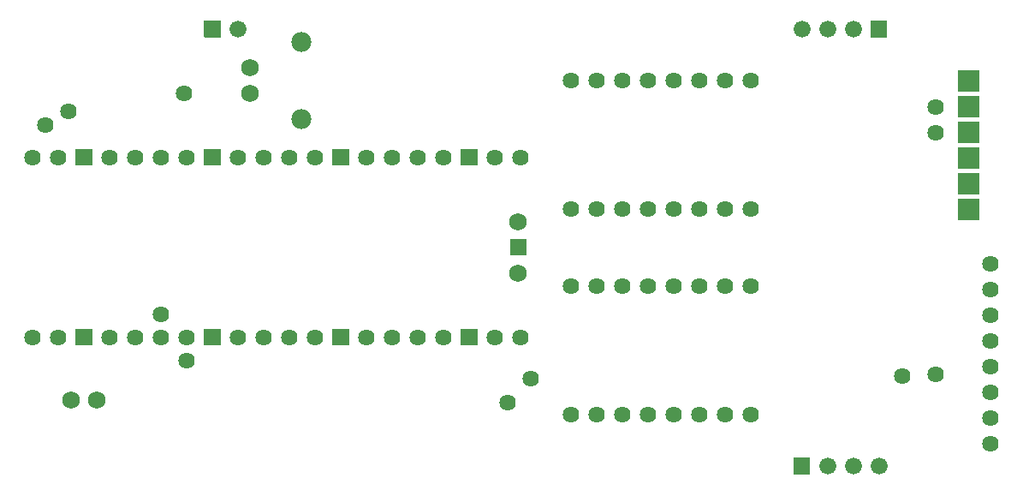
<source format=gbs>
G04 Layer: BottomSolderMaskLayer*
G04 EasyEDA v6.5.9, 2022-08-16 23:28:22*
G04 f5b14a09dd684442802db1c3ffc6393c,10*
G04 Gerber Generator version 0.2*
G04 Scale: 100 percent, Rotated: No, Reflected: No *
G04 Dimensions in millimeters *
G04 leading zeros omitted , absolute positions ,4 integer and 5 decimal *
%FSLAX45Y45*%
%MOMM*%

%ADD10C,1.7526*%
%ADD11C,1.9812*%
%ADD12C,1.6764*%
%ADD13C,1.6256*%
%ADD14C,1.7272*%
%ADD15C,0.0191*%

%LPD*%
D10*
G01*
X2286000Y4064000D03*
G01*
X2286000Y4318000D03*
G01*
X774700Y1028700D03*
G01*
X520700Y1028700D03*
D11*
G01*
X2794000Y3810000D03*
G01*
X2794000Y4572000D03*
G36*
X7668259Y297179D02*
G01*
X7666735Y297434D01*
X7665211Y298195D01*
X7664195Y299212D01*
X7663433Y300736D01*
X7663179Y302260D01*
X7663179Y302260D01*
X7663179Y459739D01*
X7663179Y459739D01*
X7663433Y461263D01*
X7664195Y462787D01*
X7665211Y463804D01*
X7666735Y464565D01*
X7668259Y464820D01*
X7825740Y464820D01*
X7827264Y464565D01*
X7828788Y463804D01*
X7829804Y462787D01*
X7830566Y461263D01*
X7830820Y459739D01*
X7830820Y459739D01*
X7830820Y302260D01*
X7830820Y302260D01*
X7830566Y300736D01*
X7829804Y299212D01*
X7828788Y298195D01*
X7827264Y297434D01*
X7825740Y297179D01*
G37*
D12*
G01*
X8001000Y381000D03*
G01*
X8255000Y381000D03*
G01*
X8509000Y381000D03*
G36*
X8430259Y4615179D02*
G01*
X8428735Y4615434D01*
X8427211Y4616195D01*
X8426195Y4617212D01*
X8425433Y4618736D01*
X8425179Y4620260D01*
X8425179Y4620260D01*
X8425179Y4777739D01*
X8425179Y4777739D01*
X8425433Y4779263D01*
X8426195Y4780787D01*
X8427211Y4781804D01*
X8428735Y4782565D01*
X8430259Y4782820D01*
X8587740Y4782820D01*
X8589264Y4782565D01*
X8590788Y4781804D01*
X8591804Y4780787D01*
X8592566Y4779263D01*
X8592820Y4777739D01*
X8592820Y4777739D01*
X8592820Y4620260D01*
X8592820Y4620260D01*
X8592566Y4618736D01*
X8591804Y4617212D01*
X8590788Y4616195D01*
X8589264Y4615434D01*
X8587740Y4615179D01*
G37*
G01*
X8255000Y4699000D03*
G01*
X8001000Y4699000D03*
G01*
X7747000Y4699000D03*
G36*
X1838960Y4615179D02*
G01*
X1837436Y4615434D01*
X1835912Y4616195D01*
X1834895Y4617212D01*
X1834134Y4618736D01*
X1833879Y4620260D01*
X1833879Y4777739D01*
X1834134Y4779263D01*
X1834895Y4780787D01*
X1835912Y4781804D01*
X1837436Y4782565D01*
X1838960Y4782820D01*
X1996440Y4782820D01*
X1997964Y4782565D01*
X1999488Y4781804D01*
X2000504Y4780787D01*
X2001266Y4779263D01*
X2001520Y4777739D01*
X2001520Y4777739D01*
X2001520Y4620260D01*
X2001520Y4620260D01*
X2001266Y4618736D01*
X2000504Y4617212D01*
X1999488Y4616195D01*
X1997964Y4615434D01*
X1996440Y4615179D01*
G37*
G01*
X2171700Y4699000D03*
D13*
G01*
X139700Y1651000D03*
G01*
X393700Y1651000D03*
G36*
X571500Y1569720D02*
G01*
X569976Y1569973D01*
X568452Y1570736D01*
X567436Y1571752D01*
X566673Y1573276D01*
X566420Y1574800D01*
X566420Y1727200D01*
X566673Y1728723D01*
X567436Y1730247D01*
X568452Y1731263D01*
X569976Y1732026D01*
X571500Y1732279D01*
X723900Y1732279D01*
X725423Y1732026D01*
X726947Y1731263D01*
X727963Y1730247D01*
X728726Y1728723D01*
X728979Y1727200D01*
X728979Y1574800D01*
X728726Y1573276D01*
X727963Y1571752D01*
X726947Y1570736D01*
X725423Y1569973D01*
X723900Y1569720D01*
G37*
G36*
X4381500Y1569720D02*
G01*
X4379975Y1569973D01*
X4378452Y1570736D01*
X4377436Y1571752D01*
X4376674Y1573276D01*
X4376420Y1574800D01*
X4376420Y1727200D01*
X4376674Y1728723D01*
X4377436Y1730247D01*
X4378452Y1731263D01*
X4379975Y1732026D01*
X4381500Y1732279D01*
X4533900Y1732279D01*
X4535424Y1732026D01*
X4536947Y1731263D01*
X4537963Y1730247D01*
X4538725Y1728723D01*
X4538979Y1727200D01*
X4538979Y1574800D01*
X4538725Y1573276D01*
X4537963Y1571752D01*
X4536947Y1570736D01*
X4535424Y1569973D01*
X4533900Y1569720D01*
G37*
G01*
X4711700Y1651000D03*
G01*
X4965700Y1651000D03*
G01*
X4965700Y3429000D03*
G01*
X4711700Y3429000D03*
G36*
X4381500Y3347720D02*
G01*
X4379975Y3347973D01*
X4378452Y3348736D01*
X4377436Y3349752D01*
X4376674Y3351276D01*
X4376420Y3352800D01*
X4376420Y3505200D01*
X4376674Y3506723D01*
X4377436Y3508247D01*
X4378452Y3509263D01*
X4379975Y3510026D01*
X4381500Y3510279D01*
X4533900Y3510279D01*
X4535424Y3510026D01*
X4536947Y3509263D01*
X4537963Y3508247D01*
X4538725Y3506723D01*
X4538979Y3505200D01*
X4538979Y3352800D01*
X4538725Y3351276D01*
X4537963Y3349752D01*
X4536947Y3348736D01*
X4535424Y3347973D01*
X4533900Y3347720D01*
G37*
G01*
X4203700Y3429000D03*
G01*
X3949700Y3429000D03*
G01*
X3695700Y3429000D03*
G01*
X3441700Y3429000D03*
G36*
X3111500Y3347720D02*
G01*
X3109975Y3347973D01*
X3108452Y3348736D01*
X3107436Y3349752D01*
X3106674Y3351276D01*
X3106420Y3352800D01*
X3106420Y3505200D01*
X3106674Y3506723D01*
X3107436Y3508247D01*
X3108452Y3509263D01*
X3109975Y3510026D01*
X3111500Y3510279D01*
X3263900Y3510279D01*
X3265424Y3510026D01*
X3266947Y3509263D01*
X3267963Y3508247D01*
X3268725Y3506723D01*
X3268979Y3505200D01*
X3268979Y3352800D01*
X3268725Y3351276D01*
X3267963Y3349752D01*
X3266947Y3348736D01*
X3265424Y3347973D01*
X3263900Y3347720D01*
G37*
G01*
X2933700Y3429000D03*
G01*
X2679700Y3429000D03*
G01*
X2425700Y3429000D03*
G01*
X2171700Y3429000D03*
G36*
X1841500Y3347720D02*
G01*
X1839976Y3347973D01*
X1838452Y3348736D01*
X1837436Y3349752D01*
X1836673Y3351276D01*
X1836420Y3352800D01*
X1836420Y3505200D01*
X1836673Y3506723D01*
X1837436Y3508247D01*
X1838452Y3509263D01*
X1839976Y3510026D01*
X1841500Y3510279D01*
X1993900Y3510279D01*
X1995424Y3510026D01*
X1996947Y3509263D01*
X1997963Y3508247D01*
X1998725Y3506723D01*
X1998979Y3505200D01*
X1998979Y3352800D01*
X1998725Y3351276D01*
X1997963Y3349752D01*
X1996947Y3348736D01*
X1995424Y3347973D01*
X1993900Y3347720D01*
G37*
G01*
X1663700Y3429000D03*
G01*
X1409700Y3429000D03*
G01*
X1155700Y3429000D03*
G01*
X901700Y3429000D03*
G36*
X571500Y3347720D02*
G01*
X569976Y3347973D01*
X568452Y3348736D01*
X567436Y3349752D01*
X566673Y3351276D01*
X566420Y3352800D01*
X566420Y3505200D01*
X566673Y3506723D01*
X567436Y3508247D01*
X568452Y3509263D01*
X569976Y3510026D01*
X571500Y3510279D01*
X723900Y3510279D01*
X725423Y3510026D01*
X726947Y3509263D01*
X727963Y3508247D01*
X728726Y3506723D01*
X728979Y3505200D01*
X728979Y3352800D01*
X728726Y3351276D01*
X727963Y3349752D01*
X726947Y3348736D01*
X725423Y3347973D01*
X723900Y3347720D01*
G37*
G01*
X393700Y3429000D03*
G01*
X139700Y3429000D03*
D14*
G01*
X4942713Y2286000D03*
G36*
X4866500Y2458720D02*
G01*
X4864976Y2458973D01*
X4863452Y2459736D01*
X4862436Y2460752D01*
X4861674Y2462276D01*
X4861420Y2463800D01*
X4861306Y2463800D01*
X4861306Y2616200D01*
X4861420Y2616200D01*
X4861674Y2617723D01*
X4862436Y2619247D01*
X4863452Y2620263D01*
X4864976Y2621026D01*
X4866500Y2621279D01*
X5018900Y2621279D01*
X5020424Y2621026D01*
X5021948Y2620263D01*
X5022964Y2619247D01*
X5023726Y2617723D01*
X5023980Y2616200D01*
X5023865Y2616200D01*
X5023865Y2463800D01*
X5023980Y2463800D01*
X5023726Y2462276D01*
X5022964Y2460752D01*
X5021948Y2459736D01*
X5020424Y2458973D01*
X5018900Y2458720D01*
G37*
G01*
X4942713Y2794000D03*
D13*
G01*
X901700Y1651000D03*
G01*
X1155700Y1651000D03*
G01*
X1409700Y1651000D03*
G01*
X1663700Y1651000D03*
G36*
X1841500Y1569720D02*
G01*
X1839976Y1569973D01*
X1838452Y1570736D01*
X1837436Y1571752D01*
X1836673Y1573276D01*
X1836420Y1574800D01*
X1836420Y1727200D01*
X1836673Y1728723D01*
X1837436Y1730247D01*
X1838452Y1731263D01*
X1839976Y1732026D01*
X1841500Y1732279D01*
X1993900Y1732279D01*
X1995424Y1732026D01*
X1996947Y1731263D01*
X1997963Y1730247D01*
X1998725Y1728723D01*
X1998979Y1727200D01*
X1998979Y1574800D01*
X1998725Y1573276D01*
X1997963Y1571752D01*
X1996947Y1570736D01*
X1995424Y1569973D01*
X1993900Y1569720D01*
G37*
G01*
X2171700Y1651000D03*
G01*
X2425700Y1651000D03*
G01*
X2679700Y1651000D03*
G01*
X2933700Y1651000D03*
G36*
X3111500Y1569720D02*
G01*
X3109975Y1569973D01*
X3108452Y1570736D01*
X3107436Y1571752D01*
X3106674Y1573276D01*
X3106420Y1574800D01*
X3106420Y1727200D01*
X3106674Y1728723D01*
X3107436Y1730247D01*
X3108452Y1731263D01*
X3109975Y1732026D01*
X3111500Y1732279D01*
X3263900Y1732279D01*
X3265424Y1732026D01*
X3266947Y1731263D01*
X3267963Y1730247D01*
X3268725Y1728723D01*
X3268979Y1727200D01*
X3268979Y1574800D01*
X3268725Y1573276D01*
X3267963Y1571752D01*
X3266947Y1570736D01*
X3265424Y1569973D01*
X3263900Y1569720D01*
G37*
G01*
X3441700Y1651000D03*
G01*
X3695700Y1651000D03*
G01*
X3949700Y1651000D03*
G01*
X4203700Y1651000D03*
G01*
X5969000Y2159000D03*
G01*
X5715000Y2159000D03*
G01*
X5461000Y2159000D03*
G01*
X6223000Y2159000D03*
G01*
X6477000Y2159000D03*
G01*
X6731000Y2159000D03*
G01*
X6985000Y2159000D03*
G01*
X7239000Y2159000D03*
G01*
X7239000Y889000D03*
G01*
X6985000Y889000D03*
G01*
X6731000Y889000D03*
G01*
X6477000Y889000D03*
G01*
X6223000Y889000D03*
G01*
X5969000Y889000D03*
G01*
X5715000Y889000D03*
G01*
X5461000Y889000D03*
G01*
X6731000Y2921000D03*
G01*
X6985000Y2921000D03*
G01*
X7239000Y2921000D03*
G01*
X6477000Y2921000D03*
G01*
X6223000Y2921000D03*
G01*
X5969000Y2921000D03*
G01*
X5715000Y2921000D03*
G01*
X5461000Y2921000D03*
G01*
X5461000Y4191000D03*
G01*
X5715000Y4191000D03*
G01*
X5969000Y4191000D03*
G01*
X6223000Y4191000D03*
G01*
X6477000Y4191000D03*
G01*
X6731000Y4191000D03*
G01*
X6985000Y4191000D03*
G01*
X7239000Y4191000D03*
G36*
X9298000Y2806920D02*
G01*
X9296476Y2807174D01*
X9294952Y2807936D01*
X9293936Y2808952D01*
X9293174Y2810476D01*
X9292920Y2812000D01*
X9292843Y2812034D01*
X9292843Y3011931D01*
X9292920Y3012000D01*
X9293174Y3013524D01*
X9293936Y3015048D01*
X9294952Y3016064D01*
X9296476Y3016826D01*
X9298000Y3017080D01*
X9297924Y3017012D01*
X9498075Y3017012D01*
X9497999Y3017080D01*
X9499523Y3016826D01*
X9501047Y3016064D01*
X9502063Y3015048D01*
X9502825Y3013524D01*
X9503079Y3012000D01*
X9503156Y3011931D01*
X9503156Y2812034D01*
X9503079Y2812000D01*
X9502825Y2810476D01*
X9502063Y2808952D01*
X9501047Y2807936D01*
X9499523Y2807174D01*
X9497999Y2806920D01*
X9498075Y2806954D01*
X9297924Y2806954D01*
G37*
G36*
X9298000Y3060920D02*
G01*
X9296476Y3061174D01*
X9294952Y3061936D01*
X9293936Y3062952D01*
X9293174Y3064476D01*
X9292920Y3066000D01*
X9292843Y3066034D01*
X9292843Y3265931D01*
X9292920Y3266000D01*
X9293174Y3267524D01*
X9293936Y3269048D01*
X9294952Y3270064D01*
X9296476Y3270826D01*
X9298000Y3271080D01*
X9297924Y3271012D01*
X9498075Y3271012D01*
X9497999Y3271080D01*
X9499523Y3270826D01*
X9501047Y3270064D01*
X9502063Y3269048D01*
X9502825Y3267524D01*
X9503079Y3266000D01*
X9503156Y3265931D01*
X9503156Y3066034D01*
X9503079Y3066000D01*
X9502825Y3064476D01*
X9502063Y3062952D01*
X9501047Y3061936D01*
X9499523Y3061174D01*
X9497999Y3060920D01*
X9498075Y3060954D01*
X9297924Y3060954D01*
G37*
G36*
X9298000Y3314920D02*
G01*
X9296476Y3315174D01*
X9294952Y3315936D01*
X9293936Y3316952D01*
X9293174Y3318476D01*
X9292920Y3320000D01*
X9292843Y3320034D01*
X9292843Y3519931D01*
X9292920Y3520000D01*
X9293174Y3521524D01*
X9293936Y3523048D01*
X9294952Y3524064D01*
X9296476Y3524826D01*
X9298000Y3525080D01*
X9297924Y3525012D01*
X9498075Y3525012D01*
X9497999Y3525080D01*
X9499523Y3524826D01*
X9501047Y3524064D01*
X9502063Y3523048D01*
X9502825Y3521524D01*
X9503079Y3520000D01*
X9503156Y3519931D01*
X9503156Y3320034D01*
X9503079Y3320000D01*
X9502825Y3318476D01*
X9502063Y3316952D01*
X9501047Y3315936D01*
X9499523Y3315174D01*
X9497999Y3314920D01*
X9498075Y3314954D01*
X9297924Y3314954D01*
G37*
G36*
X9298000Y3568920D02*
G01*
X9296476Y3569174D01*
X9294952Y3569936D01*
X9293936Y3570952D01*
X9293174Y3572476D01*
X9292920Y3574000D01*
X9292843Y3574034D01*
X9292843Y3773931D01*
X9292920Y3774000D01*
X9293174Y3775524D01*
X9293936Y3777048D01*
X9294952Y3778064D01*
X9296476Y3778826D01*
X9298000Y3779080D01*
X9297924Y3779012D01*
X9498075Y3779012D01*
X9497999Y3779080D01*
X9499523Y3778826D01*
X9501047Y3778064D01*
X9502063Y3777048D01*
X9502825Y3775524D01*
X9503079Y3774000D01*
X9503156Y3773931D01*
X9503156Y3574034D01*
X9503079Y3574000D01*
X9502825Y3572476D01*
X9502063Y3570952D01*
X9501047Y3569936D01*
X9499523Y3569174D01*
X9497999Y3568920D01*
X9498075Y3568954D01*
X9297924Y3568954D01*
G37*
G36*
X9298000Y3822920D02*
G01*
X9296476Y3823174D01*
X9294952Y3823936D01*
X9293936Y3824952D01*
X9293174Y3826476D01*
X9292920Y3828000D01*
X9292843Y3828034D01*
X9292843Y4027931D01*
X9292920Y4028000D01*
X9293174Y4029524D01*
X9293936Y4031048D01*
X9294952Y4032064D01*
X9296476Y4032826D01*
X9298000Y4033080D01*
X9297924Y4033012D01*
X9498075Y4033012D01*
X9497999Y4033080D01*
X9499523Y4032826D01*
X9501047Y4032064D01*
X9502063Y4031048D01*
X9502825Y4029524D01*
X9503079Y4028000D01*
X9503156Y4027931D01*
X9503156Y3828034D01*
X9503079Y3828000D01*
X9502825Y3826476D01*
X9502063Y3824952D01*
X9501047Y3823936D01*
X9499523Y3823174D01*
X9497999Y3822920D01*
X9498075Y3822954D01*
X9297924Y3822954D01*
G37*
G36*
X9298000Y4076920D02*
G01*
X9296476Y4077174D01*
X9294952Y4077936D01*
X9293936Y4078952D01*
X9293174Y4080476D01*
X9292920Y4082000D01*
X9292843Y4082034D01*
X9292843Y4281931D01*
X9292920Y4282000D01*
X9293174Y4283524D01*
X9293936Y4285048D01*
X9294952Y4286064D01*
X9296476Y4286826D01*
X9298000Y4287080D01*
X9297924Y4287012D01*
X9498075Y4287012D01*
X9497999Y4287080D01*
X9499523Y4286826D01*
X9501047Y4286064D01*
X9502063Y4285048D01*
X9502825Y4283524D01*
X9503079Y4282000D01*
X9503156Y4281931D01*
X9503156Y4082034D01*
X9503079Y4082000D01*
X9502825Y4080476D01*
X9502063Y4078952D01*
X9501047Y4077936D01*
X9499523Y4077174D01*
X9497999Y4076920D01*
X9498075Y4076954D01*
X9297924Y4076954D01*
G37*
G01*
X9613900Y596900D03*
G01*
X9613900Y850900D03*
G01*
X9613900Y1104900D03*
G01*
X9613900Y1358900D03*
G01*
X9613900Y1612900D03*
G01*
X9613900Y1866900D03*
G01*
X9613900Y2120900D03*
G01*
X9613900Y2374900D03*
G01*
X4838700Y1003300D03*
G01*
X5067300Y1244600D03*
G01*
X8737600Y1270000D03*
G01*
X9067800Y1282700D03*
G01*
X1638300Y4064000D03*
G01*
X266700Y3746500D03*
G01*
X495300Y3886200D03*
G01*
X1663700Y1422400D03*
G01*
X9067800Y3670300D03*
G01*
X9067800Y3924300D03*
G01*
X1409700Y1879600D03*
M02*

</source>
